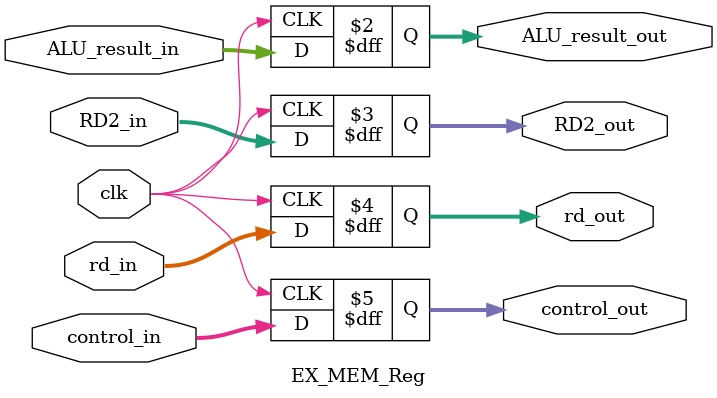
<source format=v>
module EX_MEM_Reg(
    input clk,
    input [31:0] ALU_result_in, RD2_in,
    input [4:0] rd_in,
    input [3:0] control_in, 
    output reg [31:0] ALU_result_out, RD2_out,
    output reg [4:0] rd_out,
    output reg [3:0] control_out
);
    always @(posedge clk) begin
        ALU_result_out <= ALU_result_in;
        RD2_out <= RD2_in;
        rd_out <= rd_in;
        control_out <= control_in;
    end
endmodule


</source>
